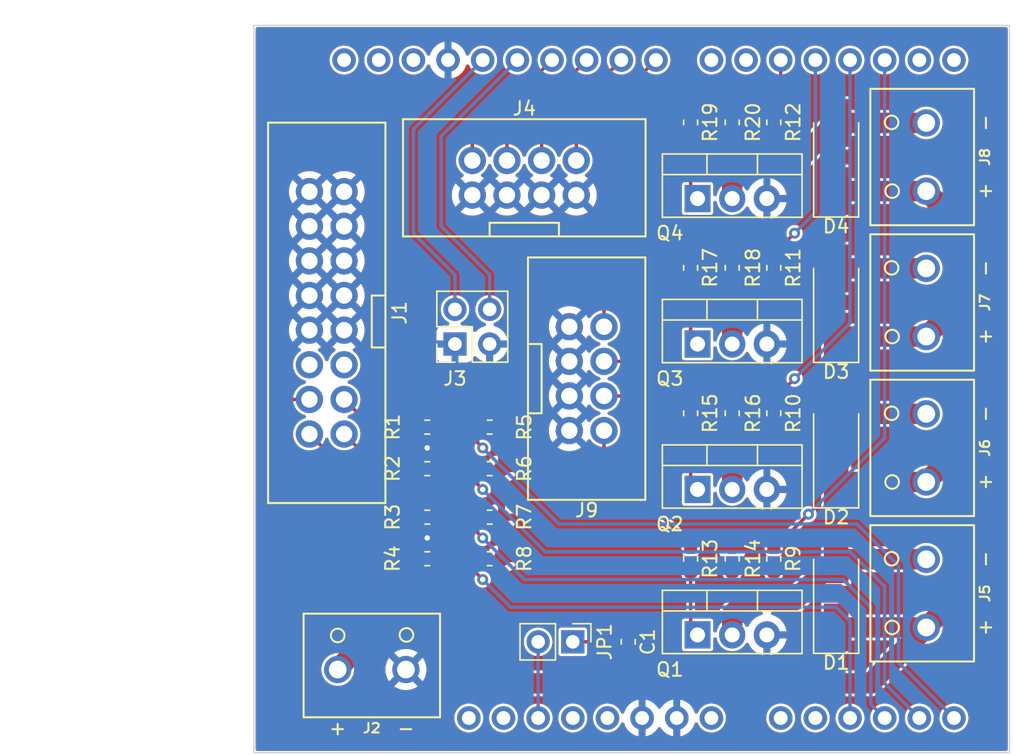
<source format=kicad_pcb>
(kicad_pcb (version 20191123) (host pcbnew "5.99.0-unknown-7c7d9c3~100~ubuntu18.04.1")
  (layers (0 "F.Cu" signal) (31 "B.Cu" signal) (34 "B.Paste" user) (35 "F.Paste" user) (36 "B.SilkS" user) (37 "F.SilkS" user) (38 "B.Mask" user) (39 "F.Mask" user) (44 "Edge.Cuts" user))
  (net 0 "")
  (net 1 "GND")
  (net 2 "Net-(C1-Pad1)")
  (net 3 "Net-(J1-Pad4)")
  (net 4 "Net-(J1-Pad3)")
  (net 5 "Net-(J1-Pad2)")
  (net 6 "+24V")
  (net 7 "Net-(J3-Pad2)")
  (net 8 "Net-(J3-Pad4)")
  (net 9 "Net-(J4-Pad2)")
  (net 10 "Net-(JP1-Pad2)")
  (net 11 "Net-(R1-Pad2)")
  (net 12 "Net-(R2-Pad2)")
  (net 13 "Net-(R3-Pad2)")
  (net 14 "Net-(R10-Pad1)")
  (net 15 "Net-(R11-Pad1)")
  (net 16 "Net-(R12-Pad1)")
  (net 17 "Net-(J1-Pad1)")
  (net 18 "Net-(J4-Pad4)")
  (net 19 "Net-(J4-Pad6)")
  (net 20 "Net-(J4-Pad8)")
  (net 21 "Net-(J9-Pad2)")
  (net 22 "Net-(J9-Pad4)")
  (net 23 "Net-(J9-Pad6)")
  (net 24 "Net-(J9-Pad8)")
  (net 25 "Net-(Q1-Pad1)")
  (net 26 "Net-(Q2-Pad1)")
  (net 27 "Net-(Q3-Pad1)")
  (net 28 "Net-(Q4-Pad1)")
  (net 29 "Net-(R4-Pad2)")
  (net 30 "Net-(R9-Pad1)")
  (net 31 "Net-(D1-Pad2)")
  (net 32 "Net-(D2-Pad2)")
  (net 33 "Net-(D3-Pad2)")
  (net 34 "Net-(D4-Pad2)")
  (module "IDC:IDC_04x02" (layer "F.Cu") (at 136.652 70.612)
    (fp_text reference "J4" (at 0 -5.08) (layer "F.SilkS"))
    (fp_text value "Conn_02x04_Odd_Even")
    (pad "1" thru_hole circle (at -3.81 1.27) (size 2 2) (drill 1.2) (layers *.Cu *.Mask) (net 1 "GND"))
    (pad "5" thru_hole circle (at 1.27 1.27) (size 2 2) (drill 1.2) (layers *.Cu *.Mask) (net 1 "GND"))
    (pad "3" thru_hole circle (at -1.27 1.27) (size 2 2) (drill 1.2) (layers *.Cu *.Mask) (net 1 "GND"))
    (pad "2" thru_hole circle (at -3.81 -1.27) (size 2 2) (drill 1.2) (layers *.Cu *.Mask) (net 9 "Net-(J4-Pad2)"))
    (pad "7" thru_hole circle (at 3.81 1.27) (size 2 2) (drill 1.2) (layers *.Cu *.Mask) (net 1 "GND"))
    (pad "4" thru_hole circle (at -1.27 -1.27) (size 2 2) (drill 1.2) (layers *.Cu *.Mask) (net 18 "Net-(J4-Pad4)"))
    (pad "6" thru_hole circle (at 1.27 -1.27) (size 2 2) (drill 1.2) (layers *.Cu *.Mask) (net 19 "Net-(J4-Pad6)"))
    (pad "8" thru_hole circle (at 3.81 -1.27) (size 2 2) (drill 1.2) (layers *.Cu *.Mask) (net 20 "Net-(J4-Pad8)"))
  )
  (module "Arduino2:Arduino_Uno_Shield_mod" (layer "F.Cu") (at 104.648 112.776)
    (fp_text reference "XA1")
    (fp_text value "Arduino_Uno_Shield")
    (pad "A5" thru_hole oval (at 63.5 -2.54) (size 1.7272 1.7272) (drill 1.016) (layers *.Cu *.Mask) (net 11 "Net-(R1-Pad2)"))
    (pad "A4" thru_hole oval (at 60.96 -2.54) (size 1.7272 1.7272) (drill 1.016) (layers *.Cu *.Mask) (net 12 "Net-(R2-Pad2)"))
    (pad "A3" thru_hole oval (at 58.42 -2.54) (size 1.7272 1.7272) (drill 1.016) (layers *.Cu *.Mask) (net 13 "Net-(R3-Pad2)"))
    (pad "A2" thru_hole oval (at 55.88 -2.54) (size 1.7272 1.7272) (drill 1.016) (layers *.Cu *.Mask) (net 29 "Net-(R4-Pad2)"))
    (pad "A1" thru_hole oval (at 53.34 -2.54) (size 1.7272 1.7272) (drill 1.016) (layers *.Cu *.Mask))
    (pad "" thru_hole oval (at 27.94 -2.54) (size 1.7272 1.7272) (drill 1.016) (layers *.Cu *.Mask))
    (pad "D11" thru_hole oval (at 34.036 -50.8) (size 1.7272 1.7272) (drill 1.016) (layers *.Cu *.Mask) (net 9 "Net-(J4-Pad2)"))
    (pad "D12" thru_hole oval (at 31.496 -50.8) (size 1.7272 1.7272) (drill 1.016) (layers *.Cu *.Mask) (net 8 "Net-(J3-Pad4)"))
    (pad "D13" thru_hole oval (at 28.956 -50.8) (size 1.7272 1.7272) (drill 1.016) (layers *.Cu *.Mask) (net 7 "Net-(J3-Pad2)"))
    (pad "AREF" thru_hole oval (at 23.876 -50.8) (size 1.7272 1.7272) (drill 1.016) (layers *.Cu *.Mask))
    (pad "SDA" thru_hole oval (at 21.336 -50.8) (size 1.7272 1.7272) (drill 1.016) (layers *.Cu *.Mask))
    (pad "SCL" thru_hole oval (at 18.796 -50.8) (size 1.7272 1.7272) (drill 1.016) (layers *.Cu *.Mask))
    (pad "D10" thru_hole oval (at 36.576 -50.8) (size 1.7272 1.7272) (drill 1.016) (layers *.Cu *.Mask) (net 18 "Net-(J4-Pad4)"))
    (pad "D9" thru_hole oval (at 39.116 -50.8) (size 1.7272 1.7272) (drill 1.016) (layers *.Cu *.Mask) (net 19 "Net-(J4-Pad6)"))
    (pad "D8" thru_hole oval (at 41.656 -50.8) (size 1.7272 1.7272) (drill 1.016) (layers *.Cu *.Mask) (net 20 "Net-(J4-Pad8)"))
    (pad "GND1" thru_hole oval (at 26.416 -50.8) (size 1.7272 1.7272) (drill 1.016) (layers *.Cu *.Mask) (net 1 "GND"))
    (pad "D7" thru_hole oval (at 45.72 -50.8) (size 1.7272 1.7272) (drill 1.016) (layers *.Cu *.Mask))
    (pad "D6" thru_hole oval (at 48.26 -50.8) (size 1.7272 1.7272) (drill 1.016) (layers *.Cu *.Mask))
    (pad "D5" thru_hole oval (at 50.8 -50.8) (size 1.7272 1.7272) (drill 1.016) (layers *.Cu *.Mask) (net 16 "Net-(R12-Pad1)"))
    (pad "D4" thru_hole oval (at 53.34 -50.8) (size 1.7272 1.7272) (drill 1.016) (layers *.Cu *.Mask) (net 15 "Net-(R11-Pad1)"))
    (pad "D3" thru_hole oval (at 55.88 -50.8) (size 1.7272 1.7272) (drill 1.016) (layers *.Cu *.Mask) (net 14 "Net-(R10-Pad1)"))
    (pad "D2" thru_hole oval (at 58.42 -50.8) (size 1.7272 1.7272) (drill 1.016) (layers *.Cu *.Mask) (net 30 "Net-(R9-Pad1)"))
    (pad "D1" thru_hole oval (at 60.96 -50.8) (size 1.7272 1.7272) (drill 1.016) (layers *.Cu *.Mask))
    (pad "D0" thru_hole oval (at 63.5 -50.8) (size 1.7272 1.7272) (drill 1.016) (layers *.Cu *.Mask))
    (pad "IORF" thru_hole oval (at 30.48 -2.54) (size 1.7272 1.7272) (drill 1.016) (layers *.Cu *.Mask))
    (pad "RST1" thru_hole oval (at 33.02 -2.54) (size 1.7272 1.7272) (drill 1.016) (layers *.Cu *.Mask) (net 10 "Net-(JP1-Pad2)"))
    (pad "3V3" thru_hole oval (at 35.56 -2.54) (size 1.7272 1.7272) (drill 1.016) (layers *.Cu *.Mask))
    (pad "5V1" thru_hole oval (at 38.1 -2.54) (size 1.7272 1.7272) (drill 1.016) (layers *.Cu *.Mask))
    (pad "GND2" thru_hole oval (at 40.64 -2.54) (size 1.7272 1.7272) (drill 1.016) (layers *.Cu *.Mask) (net 1 "GND"))
    (pad "GND3" thru_hole oval (at 43.18 -2.54) (size 1.7272 1.7272) (drill 1.016) (layers *.Cu *.Mask) (net 1 "GND"))
    (pad "VIN" thru_hole oval (at 45.72 -2.54) (size 1.7272 1.7272) (drill 1.016) (layers *.Cu *.Mask))
    (pad "A0" thru_hole oval (at 50.8 -2.54) (size 1.7272 1.7272) (drill 1.016) (layers *.Cu *.Mask))
  )
  (module "Diode_SMD:D_SMA_Handsoldering" (layer "F.Cu") (at 159.512 69.088 90)
    (fp_text reference "D4" (at -5.08 0 180) (layer "F.SilkS"))
    (fp_text value "D_Small")
    (pad "2" smd rect (at 2.5 0 90) (size 3.5 1.8) (layers "F.Cu" "F.Paste" "F.Mask") (net 34 "Net-(D4-Pad2)"))
    (pad "1" smd rect (at -2.5 0 90) (size 3.5 1.8) (layers "F.Cu" "F.Paste" "F.Mask") (net 6 "+24V"))
  )
  (module "Diode_SMD:D_SMA_Handsoldering" (layer "F.Cu") (at 159.512 79.756 90)
    (fp_text reference "D3" (at -5.08 0 180) (layer "F.SilkS"))
    (fp_text value "D_Small")
    (pad "2" smd rect (at 2.5 0 90) (size 3.5 1.8) (layers "F.Cu" "F.Paste" "F.Mask") (net 33 "Net-(D3-Pad2)"))
    (pad "1" smd rect (at -2.5 0 90) (size 3.5 1.8) (layers "F.Cu" "F.Paste" "F.Mask") (net 6 "+24V"))
  )
  (module "Diode_SMD:D_SMA_Handsoldering" (layer "F.Cu") (at 159.512 90.424 90)
    (fp_text reference "D2" (at -5.08 0 180) (layer "F.SilkS"))
    (fp_text value "D_Small")
    (pad "2" smd rect (at 2.5 0 90) (size 3.5 1.8) (layers "F.Cu" "F.Paste" "F.Mask") (net 32 "Net-(D2-Pad2)"))
    (pad "1" smd rect (at -2.5 0 90) (size 3.5 1.8) (layers "F.Cu" "F.Paste" "F.Mask") (net 6 "+24V"))
  )
  (module "Diode_SMD:D_SMA_Handsoldering" (layer "F.Cu") (at 159.512 101.092 90)
    (fp_text reference "D1" (at -5.08 0 180) (layer "F.SilkS"))
    (fp_text value "D_Small")
    (pad "2" smd rect (at 2.5 0 90) (size 3.5 1.8) (layers "F.Cu" "F.Paste" "F.Mask") (net 31 "Net-(D1-Pad2)"))
    (pad "1" smd rect (at -2.5 0 90) (size 3.5 1.8) (layers "F.Cu" "F.Paste" "F.Mask") (net 6 "+24V"))
  )
  (module "IDC:IDC_08x02" (layer "F.Cu") (at 122.174 80.518 90)
    (fp_text reference "J1" (at 0 5.334 90) (layer "F.SilkS"))
    (fp_text value "Conn_02x08_Odd_Even")
    (pad "16" thru_hole circle (at 8.89 -1.27 90) (size 2 2) (drill 1.2) (layers *.Cu *.Mask) (net 1 "GND"))
    (pad "15" thru_hole circle (at 8.89 1.27 90) (size 2 2) (drill 1.2) (layers *.Cu *.Mask) (net 1 "GND"))
    (pad "14" thru_hole circle (at 6.35 -1.27 90) (size 2 2) (drill 1.2) (layers *.Cu *.Mask) (net 1 "GND"))
    (pad "13" thru_hole circle (at 6.35 1.27 90) (size 2 2) (drill 1.2) (layers *.Cu *.Mask) (net 1 "GND"))
    (pad "12" thru_hole circle (at 3.81 -1.27 90) (size 2 2) (drill 1.2) (layers *.Cu *.Mask) (net 1 "GND"))
    (pad "11" thru_hole circle (at 3.81 1.27 90) (size 2 2) (drill 1.2) (layers *.Cu *.Mask) (net 1 "GND"))
    (pad "10" thru_hole circle (at 1.27 -1.27 90) (size 2 2) (drill 1.2) (layers *.Cu *.Mask) (net 1 "GND"))
    (pad "9" thru_hole circle (at 1.27 1.27 90) (size 2 2) (drill 1.2) (layers *.Cu *.Mask) (net 1 "GND"))
    (pad "8" thru_hole circle (at -1.27 -1.27 90) (size 2 2) (drill 1.2) (layers *.Cu *.Mask) (net 1 "GND"))
    (pad "7" thru_hole circle (at -1.27 1.27 90) (size 2 2) (drill 1.2) (layers *.Cu *.Mask) (net 1 "GND"))
    (pad "6" thru_hole circle (at -3.81 -1.27 90) (size 2 2) (drill 1.2) (layers *.Cu *.Mask))
    (pad "5" thru_hole circle (at -3.81 1.27 90) (size 2 2) (drill 1.2) (layers *.Cu *.Mask))
    (pad "4" thru_hole circle (at -6.35 -1.27 90) (size 2 2) (drill 1.2) (layers *.Cu *.Mask) (net 3 "Net-(J1-Pad4)"))
    (pad "3" thru_hole circle (at -6.35 1.27 90) (size 2 2) (drill 1.2) (layers *.Cu *.Mask) (net 4 "Net-(J1-Pad3)"))
    (pad "1" thru_hole circle (at -8.89 1.27 90) (size 2 2) (drill 1.2) (layers *.Cu *.Mask) (net 17 "Net-(J1-Pad1)"))
    (pad "2" thru_hole circle (at -8.89 -1.27 90) (size 2 2) (drill 1.2) (layers *.Cu *.Mask) (net 5 "Net-(J1-Pad2)"))
  )
  (module "Package_TO_SOT_THT:TO-220-3_Vertical" (layer "F.Cu") (at 149.352 72.136)
    (fp_text reference "Q4" (at -2.032 2.54) (layer "F.SilkS"))
    (fp_text value "IPP039N04L")
    (pad "3" thru_hole oval (at 5.08 0) (size 1.905 2) (drill 1.1) (layers *.Cu *.Mask) (net 1 "GND"))
    (pad "2" thru_hole oval (at 2.54 0) (size 1.905 2) (drill 1.1) (layers *.Cu *.Mask) (net 34 "Net-(D4-Pad2)"))
    (pad "1" thru_hole rect (at 0 0) (size 1.905 2) (drill 1.1) (layers *.Cu *.Mask) (net 28 "Net-(Q4-Pad1)"))
  )
  (module "Package_TO_SOT_THT:TO-220-3_Vertical" (layer "F.Cu") (at 149.352 82.804)
    (fp_text reference "Q3" (at -2.032 2.54) (layer "F.SilkS"))
    (fp_text value "IPP039N04L")
    (pad "3" thru_hole oval (at 5.08 0) (size 1.905 2) (drill 1.1) (layers *.Cu *.Mask) (net 1 "GND"))
    (pad "2" thru_hole oval (at 2.54 0) (size 1.905 2) (drill 1.1) (layers *.Cu *.Mask) (net 33 "Net-(D3-Pad2)"))
    (pad "1" thru_hole rect (at 0 0) (size 1.905 2) (drill 1.1) (layers *.Cu *.Mask) (net 27 "Net-(Q3-Pad1)"))
  )
  (module "Package_TO_SOT_THT:TO-220-3_Vertical" (layer "F.Cu") (at 149.352 93.472)
    (fp_text reference "Q2" (at -2.032 2.54) (layer "F.SilkS"))
    (fp_text value "IPP039N04L")
    (pad "3" thru_hole oval (at 5.08 0) (size 1.905 2) (drill 1.1) (layers *.Cu *.Mask) (net 1 "GND"))
    (pad "2" thru_hole oval (at 2.54 0) (size 1.905 2) (drill 1.1) (layers *.Cu *.Mask) (net 32 "Net-(D2-Pad2)"))
    (pad "1" thru_hole rect (at 0 0) (size 1.905 2) (drill 1.1) (layers *.Cu *.Mask) (net 26 "Net-(Q2-Pad1)"))
  )
  (module "Package_TO_SOT_THT:TO-220-3_Vertical" (layer "F.Cu") (at 149.352 104.14)
    (fp_text reference "Q1" (at -2.032 2.54) (layer "F.SilkS"))
    (fp_text value "IPP039N04L")
    (pad "3" thru_hole oval (at 5.08 0) (size 1.905 2) (drill 1.1) (layers *.Cu *.Mask) (net 1 "GND"))
    (pad "2" thru_hole oval (at 2.54 0) (size 1.905 2) (drill 1.1) (layers *.Cu *.Mask) (net 31 "Net-(D1-Pad2)"))
    (pad "1" thru_hole rect (at 0 0) (size 1.905 2) (drill 1.1) (layers *.Cu *.Mask) (net 25 "Net-(Q1-Pad1)"))
  )
  (module "Resistor_SMD:R_0603_1608Metric_Pad1.05x0.95mm_HandSolder" (layer "F.Cu") (at 151.892 66.548 90)
    (fp_text reference "R20" (at 0 1.524 90) (layer "F.SilkS"))
    (fp_text value "10k")
    (pad "2" smd roundrect (at 0.875 0 90) (size 1.05 0.95) (layers "F.Cu" "F.Paste" "F.Mask") (net 1 "GND"))
    (pad "1" smd roundrect (at -0.875 0 90) (size 1.05 0.95) (layers "F.Cu" "F.Paste" "F.Mask") (net 28 "Net-(Q4-Pad1)"))
  )
  (module "Resistor_SMD:R_0603_1608Metric_Pad1.05x0.95mm_HandSolder" (layer "F.Cu") (at 148.844 66.548 -90)
    (fp_text reference "R19" (at 0 -1.43 90) (layer "F.SilkS"))
    (fp_text value "500")
    (pad "2" smd roundrect (at 0.875 0 270) (size 1.05 0.95) (layers "F.Cu" "F.Paste" "F.Mask") (net 28 "Net-(Q4-Pad1)"))
    (pad "1" smd roundrect (at -0.875 0 270) (size 1.05 0.95) (layers "F.Cu" "F.Paste" "F.Mask") (net 21 "Net-(J9-Pad2)"))
  )
  (module "Resistor_SMD:R_0603_1608Metric_Pad1.05x0.95mm_HandSolder" (layer "F.Cu") (at 151.892 77.216 90)
    (fp_text reference "R18" (at 0 1.524 90) (layer "F.SilkS"))
    (fp_text value "10k")
    (pad "2" smd roundrect (at 0.875 0 90) (size 1.05 0.95) (layers "F.Cu" "F.Paste" "F.Mask") (net 1 "GND"))
    (pad "1" smd roundrect (at -0.875 0 90) (size 1.05 0.95) (layers "F.Cu" "F.Paste" "F.Mask") (net 27 "Net-(Q3-Pad1)"))
  )
  (module "Resistor_SMD:R_0603_1608Metric_Pad1.05x0.95mm_HandSolder" (layer "F.Cu") (at 148.844 77.216 -90)
    (fp_text reference "R17" (at 0 -1.43 90) (layer "F.SilkS"))
    (fp_text value "500")
    (pad "2" smd roundrect (at 0.875 0 270) (size 1.05 0.95) (layers "F.Cu" "F.Paste" "F.Mask") (net 27 "Net-(Q3-Pad1)"))
    (pad "1" smd roundrect (at -0.875 0 270) (size 1.05 0.95) (layers "F.Cu" "F.Paste" "F.Mask") (net 22 "Net-(J9-Pad4)"))
  )
  (module "Resistor_SMD:R_0603_1608Metric_Pad1.05x0.95mm_HandSolder" (layer "F.Cu") (at 151.892 87.884 90)
    (fp_text reference "R16" (at 0 1.524 90) (layer "F.SilkS"))
    (fp_text value "10k")
    (pad "2" smd roundrect (at 0.875 0 90) (size 1.05 0.95) (layers "F.Cu" "F.Paste" "F.Mask") (net 1 "GND"))
    (pad "1" smd roundrect (at -0.875 0 90) (size 1.05 0.95) (layers "F.Cu" "F.Paste" "F.Mask") (net 26 "Net-(Q2-Pad1)"))
  )
  (module "Resistor_SMD:R_0603_1608Metric_Pad1.05x0.95mm_HandSolder" (layer "F.Cu") (at 148.844 87.884 -90)
    (fp_text reference "R15" (at 0 -1.43 90) (layer "F.SilkS"))
    (fp_text value "500")
    (pad "2" smd roundrect (at 0.875 0 270) (size 1.05 0.95) (layers "F.Cu" "F.Paste" "F.Mask") (net 26 "Net-(Q2-Pad1)"))
    (pad "1" smd roundrect (at -0.875 0 270) (size 1.05 0.95) (layers "F.Cu" "F.Paste" "F.Mask") (net 23 "Net-(J9-Pad6)"))
  )
  (module "Resistor_SMD:R_0603_1608Metric_Pad1.05x0.95mm_HandSolder" (layer "F.Cu") (at 151.892 98.552 90)
    (fp_text reference "R14" (at 0 1.524 90) (layer "F.SilkS"))
    (fp_text value "10k")
    (pad "2" smd roundrect (at 0.875 0 90) (size 1.05 0.95) (layers "F.Cu" "F.Paste" "F.Mask") (net 1 "GND"))
    (pad "1" smd roundrect (at -0.875 0 90) (size 1.05 0.95) (layers "F.Cu" "F.Paste" "F.Mask") (net 25 "Net-(Q1-Pad1)"))
  )
  (module "Resistor_SMD:R_0603_1608Metric_Pad1.05x0.95mm_HandSolder" (layer "F.Cu") (at 148.844 98.552 -90)
    (fp_text reference "R13" (at 0 -1.43 90) (layer "F.SilkS"))
    (fp_text value "500")
    (pad "1" smd roundrect (at -0.875 0 270) (size 1.05 0.95) (layers "F.Cu" "F.Paste" "F.Mask") (net 24 "Net-(J9-Pad8)"))
    (pad "2" smd roundrect (at 0.875 0 270) (size 1.05 0.95) (layers "F.Cu" "F.Paste" "F.Mask") (net 25 "Net-(Q1-Pad1)"))
  )
  (module "Resistor_SMD:R_0603_1608Metric_Pad1.05x0.95mm_HandSolder" (layer "F.Cu") (at 154.94 66.548 -90)
    (fp_text reference "R12" (at 0 -1.43 90) (layer "F.SilkS"))
    (fp_text value "100")
    (pad "2" smd roundrect (at 0.875 0 270) (size 1.05 0.95) (layers "F.Cu" "F.Paste" "F.Mask") (net 28 "Net-(Q4-Pad1)"))
    (pad "1" smd roundrect (at -0.875 0 270) (size 1.05 0.95) (layers "F.Cu" "F.Paste" "F.Mask") (net 16 "Net-(R12-Pad1)"))
  )
  (module "Resistor_SMD:R_0603_1608Metric_Pad1.05x0.95mm_HandSolder" (layer "F.Cu") (at 154.94 77.216 -90)
    (fp_text reference "R11" (at 0 -1.43 90) (layer "F.SilkS"))
    (fp_text value "100")
    (pad "2" smd roundrect (at 0.875 0 270) (size 1.05 0.95) (layers "F.Cu" "F.Paste" "F.Mask") (net 27 "Net-(Q3-Pad1)"))
    (pad "1" smd roundrect (at -0.875 0 270) (size 1.05 0.95) (layers "F.Cu" "F.Paste" "F.Mask") (net 15 "Net-(R11-Pad1)"))
  )
  (module "Resistor_SMD:R_0603_1608Metric_Pad1.05x0.95mm_HandSolder" (layer "F.Cu") (at 154.94 87.884 -90)
    (fp_text reference "R10" (at 0 -1.43 90) (layer "F.SilkS"))
    (fp_text value "100")
    (pad "2" smd roundrect (at 0.875 0 270) (size 1.05 0.95) (layers "F.Cu" "F.Paste" "F.Mask") (net 26 "Net-(Q2-Pad1)"))
    (pad "1" smd roundrect (at -0.875 0 270) (size 1.05 0.95) (layers "F.Cu" "F.Paste" "F.Mask") (net 14 "Net-(R10-Pad1)"))
  )
  (module "Resistor_SMD:R_0603_1608Metric_Pad1.05x0.95mm_HandSolder" (layer "F.Cu") (at 154.94 98.552 -90)
    (fp_text reference "R9" (at 0 -1.43 90) (layer "F.SilkS"))
    (fp_text value "100")
    (pad "2" smd roundrect (at 0.875 0 270) (size 1.05 0.95) (layers "F.Cu" "F.Paste" "F.Mask") (net 25 "Net-(Q1-Pad1)"))
    (pad "1" smd roundrect (at -0.875 0 270) (size 1.05 0.95) (layers "F.Cu" "F.Paste" "F.Mask") (net 30 "Net-(R9-Pad1)"))
  )
  (module "Resistor_SMD:R_0603_1608Metric_Pad1.05x0.95mm_HandSolder" (layer "F.Cu") (at 134.112 98.552)
    (fp_text reference "R8" (at 2.54 0 90) (layer "F.SilkS"))
    (fp_text value "10k")
    (pad "2" smd roundrect (at 0.875 0) (size 1.05 0.95) (layers "F.Cu" "F.Paste" "F.Mask") (net 1 "GND"))
    (pad "1" smd roundrect (at -0.875 0) (size 1.05 0.95) (layers "F.Cu" "F.Paste" "F.Mask") (net 29 "Net-(R4-Pad2)"))
  )
  (module "Resistor_SMD:R_0603_1608Metric_Pad1.05x0.95mm_HandSolder" (layer "F.Cu") (at 134.112 95.504)
    (fp_text reference "R7" (at 2.54 0 90) (layer "F.SilkS"))
    (fp_text value "10k")
    (pad "2" smd roundrect (at 0.875 0) (size 1.05 0.95) (layers "F.Cu" "F.Paste" "F.Mask") (net 1 "GND"))
    (pad "1" smd roundrect (at -0.875 0) (size 1.05 0.95) (layers "F.Cu" "F.Paste" "F.Mask") (net 13 "Net-(R3-Pad2)"))
  )
  (module "Resistor_SMD:R_0603_1608Metric_Pad1.05x0.95mm_HandSolder" (layer "F.Cu") (at 134.112 91.948)
    (fp_text reference "R6" (at 2.54 0 90) (layer "F.SilkS"))
    (fp_text value "10k")
    (pad "2" smd roundrect (at 0.875 0) (size 1.05 0.95) (layers "F.Cu" "F.Paste" "F.Mask") (net 1 "GND"))
    (pad "1" smd roundrect (at -0.875 0) (size 1.05 0.95) (layers "F.Cu" "F.Paste" "F.Mask") (net 12 "Net-(R2-Pad2)"))
  )
  (module "Resistor_SMD:R_0603_1608Metric_Pad1.05x0.95mm_HandSolder" (layer "F.Cu") (at 134.112 88.9)
    (fp_text reference "R5" (at 2.54 0 270) (layer "F.SilkS"))
    (fp_text value "10k")
    (pad "2" smd roundrect (at 0.875 0) (size 1.05 0.95) (layers "F.Cu" "F.Paste" "F.Mask") (net 1 "GND"))
    (pad "1" smd roundrect (at -0.875 0) (size 1.05 0.95) (layers "F.Cu" "F.Paste" "F.Mask") (net 11 "Net-(R1-Pad2)"))
  )
  (module "Resistor_SMD:R_0603_1608Metric_Pad1.05x0.95mm_HandSolder" (layer "F.Cu") (at 129.54 98.552)
    (fp_text reference "R4" (at -2.54 0 90) (layer "F.SilkS"))
    (fp_text value "220")
    (pad "2" smd roundrect (at 0.875 0) (size 1.05 0.95) (layers "F.Cu" "F.Paste" "F.Mask") (net 29 "Net-(R4-Pad2)"))
    (pad "1" smd roundrect (at -0.875 0) (size 1.05 0.95) (layers "F.Cu" "F.Paste" "F.Mask") (net 3 "Net-(J1-Pad4)"))
  )
  (module "Resistor_SMD:R_0603_1608Metric_Pad1.05x0.95mm_HandSolder" (layer "F.Cu") (at 129.54 95.504)
    (fp_text reference "R3" (at -2.54 0 90) (layer "F.SilkS"))
    (fp_text value "220")
    (pad "2" smd roundrect (at 0.875 0) (size 1.05 0.95) (layers "F.Cu" "F.Paste" "F.Mask") (net 13 "Net-(R3-Pad2)"))
    (pad "1" smd roundrect (at -0.875 0) (size 1.05 0.95) (layers "F.Cu" "F.Paste" "F.Mask") (net 5 "Net-(J1-Pad2)"))
  )
  (module "Resistor_SMD:R_0603_1608Metric_Pad1.05x0.95mm_HandSolder" (layer "F.Cu") (at 129.54 91.948)
    (fp_text reference "R2" (at -2.54 0 90) (layer "F.SilkS"))
    (fp_text value "220")
    (pad "2" smd roundrect (at 0.875 0) (size 1.05 0.95) (layers "F.Cu" "F.Paste" "F.Mask") (net 12 "Net-(R2-Pad2)"))
    (pad "1" smd roundrect (at -0.875 0) (size 1.05 0.95) (layers "F.Cu" "F.Paste" "F.Mask") (net 17 "Net-(J1-Pad1)"))
  )
  (module "Resistor_SMD:R_0603_1608Metric_Pad1.05x0.95mm_HandSolder" (layer "F.Cu") (at 129.54 88.9)
    (fp_text reference "R1" (at -2.54 0 90) (layer "F.SilkS"))
    (fp_text value "220")
    (pad "2" smd roundrect (at 0.875 0) (size 1.05 0.95) (layers "F.Cu" "F.Paste" "F.Mask") (net 11 "Net-(R1-Pad2)"))
    (pad "1" smd roundrect (at -0.875 0) (size 1.05 0.95) (layers "F.Cu" "F.Paste" "F.Mask") (net 4 "Net-(J1-Pad3)"))
  )
  (module "Connector_PinHeader_2.54mm:PinHeader_1x02_P2.54mm_Vertical" (layer "F.Cu") (at 140.208 104.648 -90)
    (fp_text reference "JP1" (at 0 -2.33 90) (layer "F.SilkS"))
    (fp_text value "Jumper_2_Open")
    (pad "2" thru_hole oval (at 0 2.54 270) (size 1.7 1.7) (drill 1) (layers *.Cu *.Mask) (net 10 "Net-(JP1-Pad2)"))
    (pad "1" thru_hole rect (at 0 0 270) (size 1.7 1.7) (drill 1) (layers *.Cu *.Mask) (net 2 "Net-(C1-Pad1)"))
  )
  (module "IDC:IDC_04x02" (layer "F.Cu") (at 141.224 85.344 -90)
    (fp_text reference "J9" (at 9.652 0 180) (layer "F.SilkS"))
    (fp_text value "Conn_02x04_Odd_Even")
    (pad "1" thru_hole circle (at -3.81 1.27 270) (size 2 2) (drill 1.2) (layers *.Cu *.Mask) (net 1 "GND"))
    (pad "5" thru_hole circle (at 1.27 1.27 270) (size 2 2) (drill 1.2) (layers *.Cu *.Mask) (net 1 "GND"))
    (pad "3" thru_hole circle (at -1.27 1.27 270) (size 2 2) (drill 1.2) (layers *.Cu *.Mask) (net 1 "GND"))
    (pad "2" thru_hole circle (at -3.81 -1.27 270) (size 2 2) (drill 1.2) (layers *.Cu *.Mask) (net 21 "Net-(J9-Pad2)"))
    (pad "7" thru_hole circle (at 3.81 1.27 270) (size 2 2) (drill 1.2) (layers *.Cu *.Mask) (net 1 "GND"))
    (pad "4" thru_hole circle (at -1.27 -1.27 270) (size 2 2) (drill 1.2) (layers *.Cu *.Mask) (net 22 "Net-(J9-Pad4)"))
    (pad "6" thru_hole circle (at 1.27 -1.27 270) (size 2 2) (drill 1.2) (layers *.Cu *.Mask) (net 23 "Net-(J9-Pad6)"))
    (pad "8" thru_hole circle (at 3.81 -1.27 270) (size 2 2) (drill 1.2) (layers *.Cu *.Mask) (net 24 "Net-(J9-Pad8)"))
  )
  (module "RS_Screw:RS_Screw_Term_x2" (layer "F.Cu") (at 166.116 69.088 90)
    (fp_text reference "J8" (at 0 4.3 90) (layer "F.SilkS") (effects (font (size 0.7 0.75))))
    (fp_text value "Screw_Terminal_01x02")
    (fp_text user "-" (at 2.5 4.3 90) (layer "F.SilkS"))
    (fp_text user "+" (at -2.5 4.3 90) (layer "F.SilkS"))
    (pad "2" thru_hole circle (at 2.5 0 270) (size 2 2) (drill 1.3) (layers *.Cu *.Mask) (net 34 "Net-(D4-Pad2)"))
    (pad "1" thru_hole circle (at -2.5 0 270) (size 2 2) (drill 1.3) (layers *.Cu *.Mask) (net 6 "+24V"))
  )
  (module "RS_Screw:RS_Screw_Term_x2" (layer "F.Cu") (at 166.116 79.756 90)
    (fp_text reference "J7" (at 0 4.3 90) (layer "F.SilkS") (effects (font (size 0.7 0.75))))
    (fp_text value "Screw_Terminal_01x02")
    (fp_text user "-" (at 2.5 4.3 90) (layer "F.SilkS"))
    (fp_text user "+" (at -2.5 4.3 90) (layer "F.SilkS"))
    (pad "2" thru_hole circle (at 2.5 0 270) (size 2 2) (drill 1.3) (layers *.Cu *.Mask) (net 33 "Net-(D3-Pad2)"))
    (pad "1" thru_hole circle (at -2.5 0 270) (size 2 2) (drill 1.3) (layers *.Cu *.Mask) (net 6 "+24V"))
  )
  (module "RS_Screw:RS_Screw_Term_x2" (layer "F.Cu") (at 166.116 90.424 90)
    (fp_text reference "J6" (at 0 4.3 90) (layer "F.SilkS") (effects (font (size 0.7 0.75))))
    (fp_text value "Screw_Terminal_01x02")
    (fp_text user "-" (at 2.5 4.3 90) (layer "F.SilkS"))
    (fp_text user "+" (at -2.5 4.3 90) (layer "F.SilkS"))
    (pad "2" thru_hole circle (at 2.5 0 270) (size 2 2) (drill 1.3) (layers *.Cu *.Mask) (net 32 "Net-(D2-Pad2)"))
    (pad "1" thru_hole circle (at -2.5 0 270) (size 2 2) (drill 1.3) (layers *.Cu *.Mask) (net 6 "+24V"))
  )
  (module "RS_Screw:RS_Screw_Term_x2" (layer "F.Cu") (at 166.116 101.092 90)
    (fp_text reference "J5" (at 0 4.3 90) (layer "F.SilkS") (effects (font (size 0.7 0.75))))
    (fp_text value "Screw_Terminal_01x02")
    (fp_text user "-" (at 2.5 4.3 90) (layer "F.SilkS"))
    (fp_text user "+" (at -2.5 4.3 90) (layer "F.SilkS"))
    (pad "2" thru_hole circle (at 2.5 0 270) (size 2 2) (drill 1.3) (layers *.Cu *.Mask) (net 31 "Net-(D1-Pad2)"))
    (pad "1" thru_hole circle (at -2.5 0 270) (size 2 2) (drill 1.3) (layers *.Cu *.Mask) (net 6 "+24V"))
  )
  (module "Connector_PinHeader_2.54mm:PinHeader_2x02_P2.54mm_Vertical" (layer "F.Cu") (at 131.572 82.804 90)
    (fp_text reference "J3" (at -2.54 0 180) (layer "F.SilkS"))
    (fp_text value "Conn_02x02_Odd_Even")
    (pad "4" thru_hole oval (at 2.54 2.54 90) (size 1.7 1.7) (drill 1) (layers *.Cu *.Mask) (net 8 "Net-(J3-Pad4)"))
    (pad "3" thru_hole oval (at 0 2.54 90) (size 1.7 1.7) (drill 1) (layers *.Cu *.Mask) (net 1 "GND"))
    (pad "2" thru_hole oval (at 2.54 0 90) (size 1.7 1.7) (drill 1) (layers *.Cu *.Mask) (net 7 "Net-(J3-Pad2)"))
    (pad "1" thru_hole rect (at 0 0 90) (size 1.7 1.7) (drill 1) (layers *.Cu *.Mask) (net 1 "GND"))
  )
  (module "RS_Screw:RS_Screw_Term_x2" (layer "F.Cu") (at 125.476 106.68)
    (fp_text reference "J2" (at 0 4.3) (layer "F.SilkS") (effects (font (size 0.7 0.75))))
    (fp_text value "Screw_Terminal_01x02")
    (fp_text user "-" (at 2.5 4.3) (layer "F.SilkS"))
    (fp_text user "+" (at -2.5 4.3) (layer "F.SilkS"))
    (pad "2" thru_hole circle (at 2.5 0 180) (size 2 2) (drill 1.3) (layers *.Cu *.Mask) (net 1 "GND"))
    (pad "1" thru_hole circle (at -2.5 0 180) (size 2 2) (drill 1.3) (layers *.Cu *.Mask) (net 6 "+24V"))
  )
  (module "Capacitor_SMD:C_0603_1608Metric_Pad1.05x0.95mm_HandSolder" (layer "F.Cu") (at 144.272 104.648 -90)
    (fp_text reference "C1" (at 0 -1.43 90) (layer "F.SilkS"))
    (fp_text value "C_Small")
    (pad "2" smd roundrect (at 0.875 0 270) (size 1.05 0.95) (layers "F.Cu" "F.Paste" "F.Mask") (net 1 "GND"))
    (pad "1" smd roundrect (at -0.875 0 270) (size 1.05 0.95) (layers "F.Cu" "F.Paste" "F.Mask") (net 2 "Net-(C1-Pad1)"))
  )
  (gr_line (start 172.212 112.776) (end 172.212 59.436) (layer "Edge.Cuts") (width 0.1))
  (gr_line (start 116.84 112.776) (end 172.212 112.776) (layer "Edge.Cuts") (width 0.1))
  (gr_line (start 116.84 59.436) (end 116.84 112.776) (layer "Edge.Cuts") (width 0.1))
  (gr_line (start 172.212 59.436) (end 116.84 59.436) (layer "Edge.Cuts") (width 0.1))
  (segment (start 130.415 95.504) (end 133.096 95.504) (width 0.25) (layer "F.Cu") (net 13))
  (segment (start 137.668 110.236) (end 137.668 104.648) (width 0.25) (layer "B.Cu") (net 10))
  (segment (start 133.096 99.568) (end 133.096 98.552) (width 0.25) (layer "F.Cu") (net 29))
  (segment (start 133.604 100.076) (end 133.096 99.568) (width 0.25) (layer "F.Cu") (net 29))
  (segment (start 135.636 102.108) (end 133.604 100.076) (width 0.25) (layer "B.Cu") (net 29))
  (via (at 133.604 100.076) (size 0.8) (drill 0.4) (layers "F.Cu" "B.Cu") (net 29))
  (segment (start 136.144 102.108) (end 135.636 102.108) (width 0.25) (layer "B.Cu") (net 29))
  (segment (start 142.24 102.108) (end 136.144 102.108) (width 0.25) (layer "B.Cu") (net 29))
  (segment (start 159.512 102.108) (end 142.24 102.108) (width 0.25) (layer "B.Cu") (net 29))
  (segment (start 160.528 103.124) (end 159.512 102.108) (width 0.25) (layer "B.Cu") (net 29))
  (segment (start 133.237 95.504) (end 133.237 96.661) (width 0.25) (layer "F.Cu") (net 13))
  (segment (start 133.237 96.661) (end 133.604 97.028) (width 0.25) (layer "F.Cu") (net 13))
  (segment (start 136.652 100.076) (end 133.604 97.028) (width 0.25) (layer "B.Cu") (net 13))
  (segment (start 160.02 100.076) (end 136.652 100.076) (width 0.25) (layer "B.Cu") (net 13))
  (via (at 133.604 97.028) (size 0.8) (drill 0.4) (layers "F.Cu" "B.Cu") (net 13))
  (segment (start 160.528 100.584) (end 160.02 100.076) (width 0.25) (layer "B.Cu") (net 13))
  (segment (start 162.052 102.108) (end 160.528 100.584) (width 0.25) (layer "B.Cu") (net 13))
  (segment (start 144.526 84.074) (end 145.796 82.804) (width 0.25) (layer "F.Cu") (net 22))
  (segment (start 142.494 84.074) (end 144.526 84.074) (width 0.25) (layer "F.Cu") (net 22))
  (segment (start 145.796 82.804) (end 145.796 79.248) (width 0.25) (layer "F.Cu") (net 22))
  (segment (start 145.796 79.248) (end 148.844 76.2) (width 0.25) (layer "F.Cu") (net 22))
  (segment (start 145.796 68.072) (end 148.336 65.532) (width 0.25) (layer "F.Cu") (net 21))
  (segment (start 145.796 74.168) (end 145.796 68.072) (width 0.25) (layer "F.Cu") (net 21))
  (segment (start 142.494 77.47) (end 145.796 74.168) (width 0.25) (layer "F.Cu") (net 21))
  (segment (start 142.494 81.534) (end 142.494 77.47) (width 0.25) (layer "F.Cu") (net 21))
  (segment (start 148.336 65.532) (end 148.844 65.532) (width 0.25) (layer "F.Cu") (net 21))
  (segment (start 142.494 91.186) (end 148.844 97.536) (width 0.25) (layer "F.Cu") (net 24))
  (segment (start 142.494 89.154) (end 142.494 91.186) (width 0.25) (layer "F.Cu") (net 24))
  (segment (start 142.494 86.614) (end 148.59 86.614) (width 0.25) (layer "F.Cu") (net 23))
  (segment (start 128.524 67.056) (end 133.604 61.976) (width 0.25) (layer "B.Cu") (net 7))
  (segment (start 128.524 74.676) (end 128.524 67.056) (width 0.25) (layer "B.Cu") (net 7))
  (segment (start 131.572 77.724) (end 128.524 74.676) (width 0.25) (layer "B.Cu") (net 7))
  (segment (start 131.572 78.232) (end 131.572 77.724) (width 0.25) (layer "B.Cu") (net 7))
  (segment (start 131.572 80.264) (end 131.572 78.232) (width 0.25) (layer "B.Cu") (net 7))
  (segment (start 134.112 77.724) (end 134.112 80.264) (width 0.25) (layer "B.Cu") (net 8))
  (segment (start 130.556 74.168) (end 134.112 77.724) (width 0.25) (layer "B.Cu") (net 8))
  (segment (start 130.556 67.564) (end 130.556 74.168) (width 0.25) (layer "B.Cu") (net 8))
  (segment (start 136.144 61.976) (end 130.556 67.564) (width 0.25) (layer "B.Cu") (net 8))
  (segment (start 140.462 67.818) (end 146.304 61.976) (width 0.25) (layer "F.Cu") (net 20))
  (segment (start 140.462 69.342) (end 140.462 67.818) (width 0.25) (layer "F.Cu") (net 20))
  (segment (start 132.842 69.342) (end 132.842 67.818) (width 0.25) (layer "F.Cu") (net 9))
  (segment (start 132.842 67.818) (end 133.096 67.564) (width 0.25) (layer "F.Cu") (net 9))
  (segment (start 138.684 61.976) (end 133.096 67.564) (width 0.25) (layer "F.Cu") (net 9))
  (segment (start 135.382 67.818) (end 141.224 61.976) (width 0.25) (layer "F.Cu") (net 18))
  (segment (start 135.382 69.342) (end 135.382 67.818) (width 0.25) (layer "F.Cu") (net 18))
  (segment (start 143.764 61.976) (end 137.922 67.818) (width 0.25) (layer "F.Cu") (net 19))
  (segment (start 137.922 67.818) (end 137.922 69.342) (width 0.25) (layer "F.Cu") (net 19))
  (segment (start 166.076 77.256) (end 166.116 77.216) (width 1.5) (layer "F.Cu") (net 33))
  (segment (start 159.512 77.256) (end 166.076 77.256) (width 1.5) (layer "F.Cu") (net 33))
  (segment (start 166.076 87.924) (end 166.116 87.884) (width 1.5) (layer "F.Cu") (net 32))
  (segment (start 159.512 87.924) (end 166.076 87.924) (width 1.5) (layer "F.Cu") (net 32))
  (segment (start 159.552 103.592) (end 159.512 103.632) (width 1.5) (layer "F.Cu") (net 6))
  (segment (start 166.116 103.592) (end 159.552 103.592) (width 1.5) (layer "F.Cu") (net 6))
  (segment (start 166.076 98.592) (end 166.116 98.552) (width 1.5) (layer "F.Cu") (net 31))
  (segment (start 159.512 98.592) (end 166.076 98.592) (width 1.5) (layer "F.Cu") (net 31))
  (segment (start 155.231 97.536) (end 154.94 97.536) (width 0.25) (layer "F.Cu") (net 30))
  (segment (start 157.48 95.287) (end 155.231 97.536) (width 0.25) (layer "F.Cu") (net 30))
  (segment (start 163.068 89.699) (end 157.48 95.287) (width 0.25) (layer "B.Cu") (net 30))
  (segment (start 163.068 61.976) (end 163.068 89.699) (width 0.25) (layer "B.Cu") (net 30))
  (via (at 157.48 95.287) (size 0.8) (drill 0.4) (layers "F.Cu" "B.Cu") (net 30))
  (segment (start 156.464 85.344) (end 154.94 86.868) (width 0.25) (layer "F.Cu") (net 14))
  (segment (start 160.528 81.28) (end 156.464 85.344) (width 0.25) (layer "B.Cu") (net 14))
  (segment (start 160.528 61.976) (end 160.528 81.28) (width 0.25) (layer "B.Cu") (net 14))
  (via (at 156.464 85.344) (size 0.8) (drill 0.4) (layers "F.Cu" "B.Cu") (net 14))
  (segment (start 155.448 65.024) (end 154.94 65.532) (width 0.25) (layer "F.Cu") (net 16))
  (segment (start 155.448 61.976) (end 155.448 65.024) (width 0.25) (layer "F.Cu") (net 16))
  (segment (start 156.464 74.676) (end 154.94 76.2) (width 0.25) (layer "F.Cu") (net 15))
  (segment (start 157.988 73.152) (end 156.464 74.676) (width 0.25) (layer "B.Cu") (net 15))
  (via (at 156.464 74.676) (size 0.8) (drill 0.4) (layers "F.Cu" "B.Cu") (net 15))
  (segment (start 157.988 61.976) (end 157.988 73.152) (width 0.25) (layer "B.Cu") (net 15))
  (segment (start 152.908 90.932) (end 156.464 90.932) (width 1.5) (layer "F.Cu") (net 32))
  (segment (start 151.892 91.948) (end 152.908 90.932) (width 1.5) (layer "F.Cu") (net 32))
  (segment (start 151.892 93.472) (end 151.892 91.948) (width 1.5) (layer "F.Cu") (net 32))
  (segment (start 156.464 90.932) (end 159.512 87.884) (width 1.5) (layer "F.Cu") (net 32))
  (segment (start 156.464 101.6) (end 159.512 98.552) (width 1.5) (layer "F.Cu") (net 31))
  (segment (start 152.908 101.6) (end 156.464 101.6) (width 1.5) (layer "F.Cu") (net 31))
  (segment (start 151.892 102.616) (end 152.908 101.6) (width 1.5) (layer "F.Cu") (net 31))
  (segment (start 151.892 104.14) (end 151.892 102.616) (width 1.5) (layer "F.Cu") (net 31))
  (segment (start 152.908 69.596) (end 156.464 69.596) (width 1.5) (layer "F.Cu") (net 34))
  (segment (start 151.892 70.612) (end 152.908 69.596) (width 1.5) (layer "F.Cu") (net 34))
  (segment (start 151.892 72.136) (end 151.892 70.612) (width 1.5) (layer "F.Cu") (net 34))
  (segment (start 151.892 81.28) (end 152.908 80.264) (width 1.5) (layer "F.Cu") (net 33))
  (segment (start 151.892 82.804) (end 151.892 81.28) (width 1.5) (layer "F.Cu") (net 33))
  (segment (start 156.464 69.596) (end 159.512 66.548) (width 1.5) (layer "F.Cu") (net 34))
  (segment (start 166.076 92.924) (end 166.116 92.964) (width 1.5) (layer "F.Cu") (net 6))
  (segment (start 159.512 92.924) (end 166.076 92.924) (width 1.5) (layer "F.Cu") (net 6))
  (segment (start 166.076 82.256) (end 166.116 82.296) (width 1.5) (layer "F.Cu") (net 6))
  (segment (start 159.512 82.256) (end 166.076 82.256) (width 1.5) (layer "F.Cu") (net 6))
  (segment (start 156.464 80.264) (end 159.512 77.216) (width 1.5) (layer "F.Cu") (net 33))
  (segment (start 152.908 80.264) (end 156.464 80.264) (width 1.5) (layer "F.Cu") (net 33))
  (segment (start 166.076 66.588) (end 166.116 66.548) (width 1.5) (layer "F.Cu") (net 34))
  (segment (start 159.512 66.588) (end 166.076 66.588) (width 1.5) (layer "F.Cu") (net 34))
  (segment (start 159.552 71.588) (end 159.512 71.628) (width 1.5) (layer "F.Cu") (net 6))
  (segment (start 166.116 71.588) (end 159.552 71.588) (width 1.5) (layer "F.Cu") (net 6))
  (segment (start 120.904 86.868) (end 119.38 86.868) (width 0.25) (layer "F.Cu") (net 3))
  (segment (start 118.364 94.488) (end 122.428 98.552) (width 0.25) (layer "F.Cu") (net 3))
  (segment (start 118.364 87.884) (end 118.364 94.488) (width 0.25) (layer "F.Cu") (net 3))
  (segment (start 119.38 86.868) (end 118.364 87.884) (width 0.25) (layer "F.Cu") (net 3))
  (segment (start 125.476 88.9) (end 128.524 88.9) (width 0.25) (layer "F.Cu") (net 4))
  (segment (start 123.444 86.868) (end 125.476 88.9) (width 0.25) (layer "F.Cu") (net 4))
  (segment (start 125.984 91.948) (end 128.524 91.948) (width 0.25) (layer "F.Cu") (net 17))
  (segment (start 123.444 89.408) (end 125.984 91.948) (width 0.25) (layer "F.Cu") (net 17))
  (segment (start 127.508 95.504) (end 128.524 95.504) (width 0.25) (layer "F.Cu") (net 5))
  (segment (start 120.904 89.408) (end 127 95.504) (width 0.25) (layer "F.Cu") (net 5))
  (segment (start 127 95.504) (end 127.508 95.504) (width 0.25) (layer "F.Cu") (net 5))
  (segment (start 122.428 98.552) (end 128.524 98.552) (width 0.25) (layer "F.Cu") (net 3))
  (segment (start 133.604 90.424) (end 139.192 96.012) (width 0.25) (layer "B.Cu") (net 11))
  (segment (start 139.192 96.012) (end 140.716 96.012) (width 0.25) (layer "B.Cu") (net 11))
  (segment (start 133.237 90.057) (end 133.604 90.424) (width 0.25) (layer "F.Cu") (net 11))
  (segment (start 133.237 88.9) (end 133.237 90.057) (width 0.25) (layer "F.Cu") (net 11))
  (via (at 133.604 90.424) (size 0.8) (drill 0.4) (layers "F.Cu" "B.Cu") (net 11))
  (segment (start 162.052 102.108) (end 162.052 109.22) (width 0.25) (layer "B.Cu") (net 13))
  (segment (start 162.052 109.22) (end 163.068 110.236) (width 0.25) (layer "B.Cu") (net 13))
  (segment (start 138.176 98.044) (end 139.7 98.044) (width 0.25) (layer "B.Cu") (net 12))
  (segment (start 133.604 93.472) (end 138.176 98.044) (width 0.25) (layer "B.Cu") (net 12))
  (segment (start 133.237 93.105) (end 133.604 93.472) (width 0.25) (layer "F.Cu") (net 12))
  (segment (start 133.237 91.948) (end 133.237 93.105) (width 0.25) (layer "F.Cu") (net 12))
  (via (at 133.604 93.472) (size 0.8) (drill 0.4) (layers "F.Cu" "B.Cu") (net 12))
  (segment (start 160.528 103.124) (end 160.528 110.236) (width 0.25) (layer "B.Cu") (net 29))
  (segment (start 130.415 98.552) (end 131.572 98.552) (width 0.25) (layer "F.Cu") (net 29))
  (segment (start 131.572 98.552) (end 133.096 98.552) (width 0.25) (layer "F.Cu") (net 29))
  (segment (start 136.144 107.696) (end 162.052 107.696) (width 1.5) (layer "F.Cu") (net 6))
  (segment (start 166.116 103.592) (end 162.052 107.656) (width 1.5) (layer "F.Cu") (net 6))
  (segment (start 162.052 107.656) (end 162.052 107.696) (width 1.5) (layer "F.Cu") (net 6))
  (segment (start 167.155999 102.592001) (end 169.164 100.584) (width 1.5) (layer "F.Cu") (net 6))
  (segment (start 169.164 100.584) (end 169.164 90.424) (width 1.5) (layer "F.Cu") (net 6))
  (segment (start 166.116 103.592) (end 167.115999 102.592001) (width 1.5) (layer "F.Cu") (net 6))
  (segment (start 167.115999 102.592001) (end 167.155999 102.592001) (width 1.5) (layer "F.Cu") (net 6))
  (segment (start 131.572 103.124) (end 136.144 107.696) (width 1.5) (layer "F.Cu") (net 6))
  (segment (start 122.936 106.68) (end 126.492 103.124) (width 1.5) (layer "F.Cu") (net 6))
  (segment (start 126.492 103.124) (end 131.572 103.124) (width 1.5) (layer "F.Cu") (net 6))
  (segment (start 169.164 89.876) (end 166.116 92.924) (width 1.5) (layer "F.Cu") (net 6))
  (segment (start 148.59 86.614) (end 148.844 86.868) (width 0.25) (layer "F.Cu") (net 23))
  (segment (start 148.844 99.427) (end 148.844 103.632) (width 0.25) (layer "F.Cu") (net 25))
  (segment (start 148.844 71.628) (end 149.352 72.136) (width 0.25) (layer "F.Cu") (net 28))
  (segment (start 148.844 67.423) (end 148.844 71.628) (width 0.25) (layer "F.Cu") (net 28))
  (segment (start 148.844 82.296) (end 149.352 82.804) (width 0.25) (layer "F.Cu") (net 27))
  (segment (start 148.844 78.091) (end 148.844 82.296) (width 0.25) (layer "F.Cu") (net 27))
  (segment (start 148.844 92.964) (end 149.352 93.472) (width 0.25) (layer "F.Cu") (net 26))
  (segment (start 148.844 88.759) (end 148.844 92.964) (width 0.25) (layer "F.Cu") (net 26))
  (segment (start 151.892 99.427) (end 154.799 99.427) (width 0.25) (layer "F.Cu") (net 25))
  (segment (start 154.799 99.427) (end 154.94 99.568) (width 0.25) (layer "F.Cu") (net 25))
  (segment (start 151.892 99.427) (end 148.985 99.427) (width 0.25) (layer "F.Cu") (net 25))
  (segment (start 148.985 99.427) (end 148.844 99.568) (width 0.25) (layer "F.Cu") (net 25))
  (segment (start 148.844 99.427) (end 148.985 99.427) (width 0.25) (layer "F.Cu") (net 25))
  (segment (start 148.844 88.759) (end 151.751 88.759) (width 0.25) (layer "F.Cu") (net 26))
  (segment (start 151.751 88.759) (end 151.892 88.9) (width 0.25) (layer "F.Cu") (net 26))
  (segment (start 151.892 88.759) (end 154.799 88.759) (width 0.25) (layer "F.Cu") (net 26))
  (segment (start 154.799 88.759) (end 154.94 88.9) (width 0.25) (layer "F.Cu") (net 26))
  (segment (start 151.892 77.724) (end 151.892 78.232) (width 0.25) (layer "F.Cu") (net 27))
  (segment (start 151.892 78.091) (end 148.985 78.091) (width 0.25) (layer "F.Cu") (net 27))
  (segment (start 148.985 78.091) (end 148.844 78.232) (width 0.25) (layer "F.Cu") (net 27))
  (segment (start 151.892 78.091) (end 154.799 78.091) (width 0.25) (layer "F.Cu") (net 27))
  (segment (start 154.799 78.091) (end 154.94 78.232) (width 0.25) (layer "F.Cu") (net 27))
  (segment (start 168.656 74.128) (end 168.656 74.168) (width 1.5) (layer "F.Cu") (net 6))
  (segment (start 166.116 71.588) (end 168.656 74.128) (width 1.5) (layer "F.Cu") (net 6))
  (segment (start 168.656 74.168) (end 169.164 74.676) (width 1.5) (layer "F.Cu") (net 6))
  (segment (start 141.224 62.484) (end 141.224 61.976) (width 0.25) (layer "F.Cu") (net 18))
  (segment (start 138.684 62.484) (end 138.684 61.976) (width 0.25) (layer "F.Cu") (net 9))
  (segment (start 131.572 91.948) (end 130.556 91.948) (width 0.25) (layer "F.Cu") (net 12))
  (segment (start 133.237 91.948) (end 131.572 91.948) (width 0.25) (layer "F.Cu") (net 12))
  (segment (start 131.572 88.9) (end 133.096 88.9) (width 0.25) (layer "F.Cu") (net 11))
  (segment (start 130.415 88.9) (end 131.572 88.9) (width 0.25) (layer "F.Cu") (net 11))
  (segment (start 141.308 104.648) (end 142.324 103.632) (width 0.25) (layer "F.Cu") (net 2))
  (segment (start 140.208 104.648) (end 141.308 104.648) (width 0.25) (layer "F.Cu") (net 2))
  (segment (start 142.324 103.632) (end 144.272 103.632) (width 0.25) (layer "F.Cu") (net 2))
  (segment (start 169.164 79.208) (end 169.164 78.74) (width 1.5) (layer "F.Cu") (net 6))
  (segment (start 166.116 82.256) (end 169.164 79.208) (width 1.5) (layer "F.Cu") (net 6))
  (segment (start 169.164 74.676) (end 169.164 78.74) (width 1.5) (layer "F.Cu") (net 6))
  (segment (start 169.164 79.756) (end 169.164 90.424) (width 1.5) (layer "F.Cu") (net 6))
  (segment (start 148.844 67.423) (end 151.751 67.423) (width 0.25) (layer "F.Cu") (net 28))
  (segment (start 151.751 67.423) (end 151.892 67.564) (width 0.25) (layer "F.Cu") (net 28))
  (segment (start 154.94 67.423) (end 152.033 67.423) (width 0.25) (layer "F.Cu") (net 28))
  (segment (start 152.033 67.423) (end 151.892 67.564) (width 0.25) (layer "F.Cu") (net 28))
  (via (at 129.54 90.424) (size 0.8) (drill 0.4) (layers "F.Cu" "B.Cu") (net 1))
  (via (at 129.54 97.028) (size 0.8) (drill 0.4) (layers "F.Cu" "B.Cu") (net 1))
  (segment (start 163.068 107.696) (end 165.608 110.236) (width 0.25) (layer "B.Cu") (net 12))
  (segment (start 163.068 100.584) (end 163.068 107.696) (width 0.25) (layer "B.Cu") (net 12))
  (segment (start 160.528 98.044) (end 163.068 100.584) (width 0.25) (layer "B.Cu") (net 12))
  (segment (start 139.7 98.044) (end 160.528 98.044) (width 0.25) (layer "B.Cu") (net 12))
  (segment (start 164.084 99.06) (end 161.036 96.012) (width 0.25) (layer "B.Cu") (net 11))
  (segment (start 168.148 110.236) (end 164.084 106.172) (width 0.25) (layer "B.Cu") (net 11))
  (segment (start 161.036 96.012) (end 140.716 96.012) (width 0.25) (layer "B.Cu") (net 11))
  (segment (start 164.084 106.172) (end 164.084 99.06) (width 0.25) (layer "B.Cu") (net 11))
  (zone (net 1) (net_name "GND") (layer "F.Cu") (connect_pads (clearance 0.127)) (min_thickness 0.254) (fill yes (thermal_gap 0.508) (thermal_bridge_width 0.508))
    (polygon (pts (xy 116.84 59.436) (xy 116.84 112.776) (xy 172.212 112.776) (xy 172.212 59.436)))
  )
  (zone (net 1) (net_name "GND") (layer "B.Cu") (connect_pads (clearance 0.127)) (min_thickness 0.254) (fill yes (thermal_gap 0.508) (thermal_bridge_width 0.508))
    (polygon (pts (xy 172.212 59.436) (xy 116.84 59.436) (xy 116.84 112.776) (xy 172.212 112.776)))
  )
)
</source>
